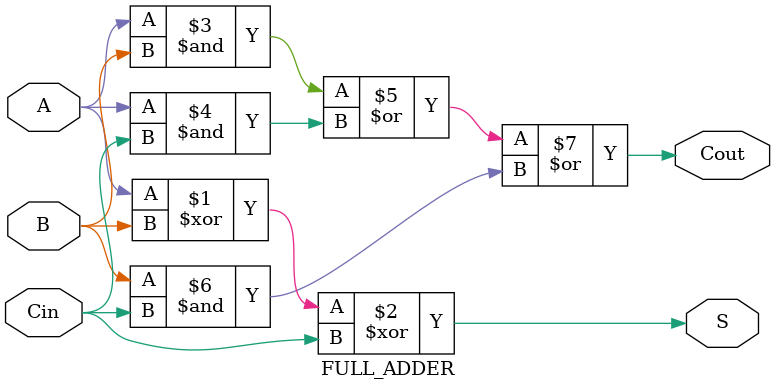
<source format=v>
`timescale 1ns/1ns

module FULL_ADDER(
    output S,
    output Cout,
    input A,
    input B,
    input Cin
);

assign S = A ^ B ^ Cin; //XOR gate
assign Cout = (A & B) | (A & Cin) | (B & Cin); //mayority gate

endmodule
</source>
